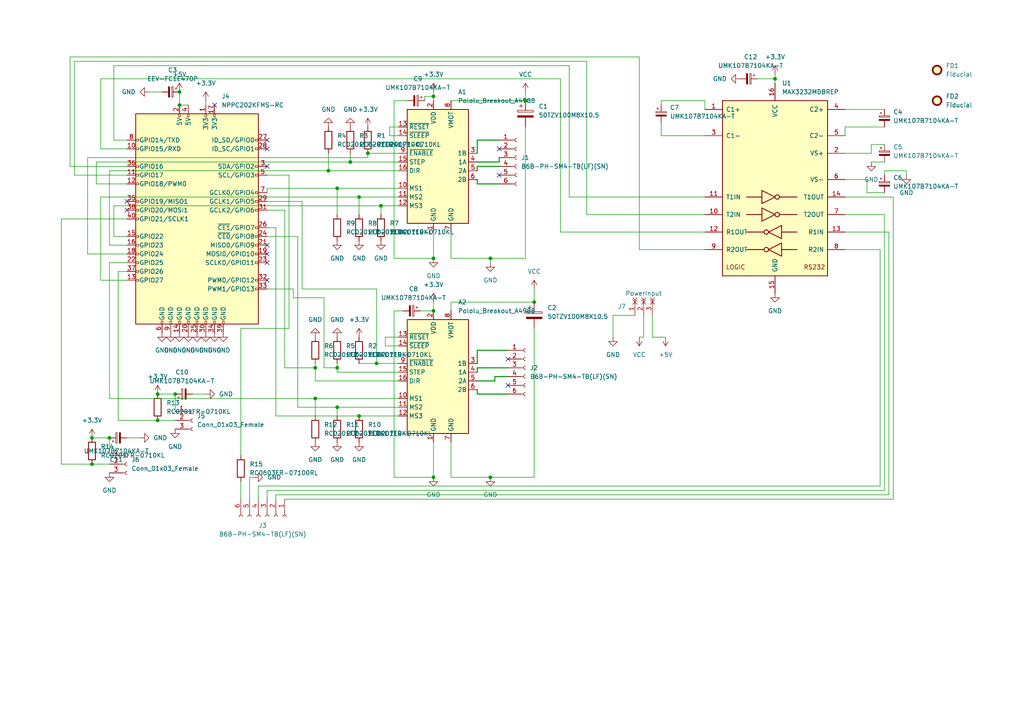
<source format=kicad_sch>
(kicad_sch (version 20211123) (generator eeschema)
  (paper "A4")
  (title_block (title "ZdBrg rotator controller") (date "2022-09-29") (rev "1"))
  (lib_symbols
    (symbol "Conn_01x03_Female_1" (pin_names (offset 1.016) hide)
      (property "Reference" "J7" (at -2.54 6.35 90))
      (property "Value" "Conn_01x03_Female_1" (at 1.27 0 90))
      (symbol "Conn_01x03_Female_1_1_1"
        (arc (start 0 -2.032) (mid -0.508 -2.54) (end 0 -3.048) (stroke (width 0.1524)))
        (polyline (pts (xy -1.27 -2.54) (xy -0.508 -2.54)) (stroke (width 0.1524)))
        (polyline (pts (xy -1.27 0) (xy -0.508 0)) (stroke (width 0.1524)))
        (polyline (pts (xy -1.27 2.54) (xy -0.508 2.54)) (stroke (width 0.1524)))
        (arc (start 0 0.508) (mid -0.508 0) (end 0 -0.508) (stroke (width 0.1524)))
        (arc (start 0 3.048) (mid -0.508 2.54) (end 0 2.032) (stroke (width 0.1524)))
        (pin power_out non_logic (at -5.08 2.54 0) (length 3.81) (name "Pin_1") (number "1"))
        (pin power_out non_logic (at -5.08 0 0) (length 3.81) (name "Pin_2") (number "2"))
        (pin power_out non_logic (at -5.08 -2.54 0) (length 3.81) (name "Pin_3") (number "3"))
      )
    )
    (symbol "Connector:Conn_01x03_Female" (pin_names (offset 1.016) hide)
      (property "Reference" "J" (at 0 5.08 0))
      (property "Value" "Conn_01x03_Female" (at 0 -5.08 0))
      (symbol "Conn_01x03_Female_1_1"
        (arc (start 0 -2.032) (mid -0.508 -2.54) (end 0 -3.048) (stroke (width 0.1524)))
        (polyline (pts (xy -1.27 -2.54) (xy -0.508 -2.54)) (stroke (width 0.1524)))
        (polyline (pts (xy -1.27 0) (xy -0.508 0)) (stroke (width 0.1524)))
        (polyline (pts (xy -1.27 2.54) (xy -0.508 2.54)) (stroke (width 0.1524)))
        (arc (start 0 0.508) (mid -0.508 0) (end 0 -0.508) (stroke (width 0.1524)))
        (arc (start 0 3.048) (mid -0.508 2.54) (end 0 2.032) (stroke (width 0.1524)))
        (pin passive line (at -5.08 2.54 0) (length 3.81) (name "Pin_1") (number "1"))
        (pin passive line (at -5.08 0 0) (length 3.81) (name "Pin_2") (number "2"))
        (pin passive line (at -5.08 -2.54 0) (length 3.81) (name "Pin_3") (number "3"))
      )
    )
    (symbol "Connector:Conn_01x06_Female" (pin_names (offset 1.016) hide)
      (property "Reference" "J" (at 0 7.62 0))
      (property "Value" "Conn_01x06_Female" (at 0 -10.16 0))
      (symbol "Conn_01x06_Female_1_1"
        (arc (start 0 -7.112) (mid -0.508 -7.62) (end 0 -8.128) (stroke (width 0.1524)))
        (arc (start 0 -4.572) (mid -0.508 -5.08) (end 0 -5.588) (stroke (width 0.1524)))
        (arc (start 0 -2.032) (mid -0.508 -2.54) (end 0 -3.048) (stroke (width 0.1524)))
        (polyline (pts (xy -1.27 -7.62) (xy -0.508 -7.62)) (stroke (width 0.1524)))
        (polyline (pts (xy -1.27 -5.08) (xy -0.508 -5.08)) (stroke (width 0.1524)))
        (polyline (pts (xy -1.27 -2.54) (xy -0.508 -2.54)) (stroke (width 0.1524)))
        (polyline (pts (xy -1.27 0) (xy -0.508 0)) (stroke (width 0.1524)))
        (polyline (pts (xy -1.27 2.54) (xy -0.508 2.54)) (stroke (width 0.1524)))
        (polyline (pts (xy -1.27 5.08) (xy -0.508 5.08)) (stroke (width 0.1524)))
        (arc (start 0 0.508) (mid -0.508 0) (end 0 -0.508) (stroke (width 0.1524)))
        (arc (start 0 3.048) (mid -0.508 2.54) (end 0 2.032) (stroke (width 0.1524)))
        (arc (start 0 5.588) (mid -0.508 5.08) (end 0 4.572) (stroke (width 0.1524)))
        (pin passive line (at -5.08 5.08 0) (length 3.81) (name "Pin_1") (number "1"))
        (pin passive line (at -5.08 2.54 0) (length 3.81) (name "Pin_2") (number "2"))
        (pin passive line (at -5.08 0 0) (length 3.81) (name "Pin_3") (number "3"))
        (pin passive line (at -5.08 -2.54 0) (length 3.81) (name "Pin_4") (number "4"))
        (pin passive line (at -5.08 -5.08 0) (length 3.81) (name "Pin_5") (number "5"))
        (pin passive line (at -5.08 -7.62 0) (length 3.81) (name "Pin_6") (number "6"))
      )
    )
    (symbol "Connector:Raspberry_Pi_2_3" (pin_names (offset 1.016))
      (property "Reference" "J3" (at 7.0994 35.56 0))
      (property "Value" "Raspberry_Pi_0W" (at 7.0994 33.02 0))
      (symbol "Raspberry_Pi_2_3_0_1"
        (rectangle (start -17.78 30.48) (end 17.78 -30.48) (stroke (width 0.254)) (fill (type background)))
      )
      (symbol "Raspberry_Pi_2_3_1_1"
        (rectangle (start -16.891 -17.526) (end -17.78 -18.034))
        (rectangle (start -16.891 -14.986) (end -17.78 -15.494))
        (rectangle (start -16.891 -12.446) (end -17.78 -12.954))
        (rectangle (start -16.891 -9.906) (end -17.78 -10.414))
        (rectangle (start -16.891 -7.366) (end -17.78 -7.874))
        (rectangle (start -16.891 -4.826) (end -17.78 -5.334))
        (rectangle (start -16.891 0.254) (end -17.78 -0.254))
        (rectangle (start -16.891 2.794) (end -17.78 2.286))
        (rectangle (start -16.891 5.334) (end -17.78 4.826))
        (rectangle (start -16.891 10.414) (end -17.78 9.906))
        (rectangle (start -16.891 12.954) (end -17.78 12.446))
        (rectangle (start -16.891 15.494) (end -17.78 14.986))
        (rectangle (start -16.891 20.574) (end -17.78 20.066))
        (rectangle (start -16.891 23.114) (end -17.78 22.606))
        (rectangle (start -10.414 -29.591) (end -9.906 -30.48))
        (rectangle (start -7.874 -29.591) (end -7.366 -30.48))
        (rectangle (start -5.334 -29.591) (end -4.826 -30.48))
        (rectangle (start -5.334 30.48) (end -4.826 29.591))
        (rectangle (start -2.794 -29.591) (end -2.286 -30.48))
        (rectangle (start -2.794 30.48) (end -2.286 29.591))
        (rectangle (start -0.254 -29.591) (end 0.254 -30.48))
        (rectangle (start 2.286 -29.591) (end 2.794 -30.48))
        (rectangle (start 2.286 30.48) (end 2.794 29.591))
        (rectangle (start 4.826 -29.591) (end 5.334 -30.48))
        (rectangle (start 4.826 30.48) (end 5.334 29.591))
        (rectangle (start 7.366 -29.591) (end 7.874 -30.48))
        (rectangle (start 17.78 -20.066) (end 16.891 -20.574))
        (rectangle (start 17.78 -17.526) (end 16.891 -18.034))
        (rectangle (start 17.78 -12.446) (end 16.891 -12.954))
        (rectangle (start 17.78 -9.906) (end 16.891 -10.414))
        (rectangle (start 17.78 -7.366) (end 16.891 -7.874))
        (rectangle (start 17.78 -4.826) (end 16.891 -5.334))
        (rectangle (start 17.78 -2.286) (end 16.891 -2.794))
        (rectangle (start 17.78 2.794) (end 16.891 2.286))
        (rectangle (start 17.78 5.334) (end 16.891 4.826))
        (rectangle (start 17.78 7.874) (end 16.891 7.366))
        (rectangle (start 17.78 12.954) (end 16.891 12.446))
        (rectangle (start 17.78 15.494) (end 16.891 14.986))
        (rectangle (start 17.78 20.574) (end 16.891 20.066))
        (rectangle (start 17.78 23.114) (end 16.891 22.606))
        (pin power_out line (at 2.54 33.02 270) (length 2.54) (name "3V3") (number "1"))
        (pin bidirectional line (at -20.32 20.32 0) (length 2.54) (name "GPIO15/RXD") (number "10"))
        (pin bidirectional line (at -20.32 12.7 0) (length 2.54) (name "GPIO17") (number "11"))
        (pin bidirectional line (at -20.32 10.16 0) (length 2.54) (name "GPIO18/PWM0") (number "12"))
        (pin bidirectional line (at -20.32 -17.78 0) (length 2.54) (name "GPIO27") (number "13"))
        (pin power_in line (at -5.08 -33.02 90) (length 2.54) (name "GND") (number "14"))
        (pin bidirectional line (at -20.32 -5.08 0) (length 2.54) (name "GPIO22") (number "15"))
        (pin bidirectional line (at -20.32 -7.62 0) (length 2.54) (name "GPIO23") (number "16"))
        (pin power_out line (at 5.08 33.02 270) (length 2.54) (name "3V3") (number "17"))
        (pin bidirectional line (at -20.32 -10.16 0) (length 2.54) (name "GPIO24") (number "18"))
        (pin bidirectional line (at 20.32 -10.16 180) (length 2.54) (name "MOSI0/GPIO10") (number "19"))
        (pin power_in line (at -5.08 33.02 270) (length 2.54) (name "5V") (number "2"))
        (pin power_in line (at -2.54 -33.02 90) (length 2.54) (name "GND") (number "20"))
        (pin bidirectional line (at 20.32 -7.62 180) (length 2.54) (name "MISO0/GPIO9") (number "21"))
        (pin bidirectional line (at -20.32 -12.7 0) (length 2.54) (name "GPIO25") (number "22"))
        (pin bidirectional line (at 20.32 -12.7 180) (length 2.54) (name "SCLK0/GPIO11") (number "23"))
        (pin bidirectional line (at 20.32 -5.08 180) (length 2.54) (name "~{CE0}/GPIO8") (number "24"))
        (pin power_in line (at 0 -33.02 90) (length 2.54) (name "GND") (number "25"))
        (pin bidirectional line (at 20.32 -2.54 180) (length 2.54) (name "~{CE1}/GPIO7") (number "26"))
        (pin bidirectional line (at 20.32 22.86 180) (length 2.54) (name "ID_SD/GPIO0") (number "27"))
        (pin bidirectional line (at 20.32 20.32 180) (length 2.54) (name "ID_SC/GPIO1") (number "28"))
        (pin bidirectional line (at 20.32 5.08 180) (length 2.54) (name "GCLK1/GPIO5") (number "29"))
        (pin bidirectional line (at 20.32 15.24 180) (length 2.54) (name "SDA/GPIO2") (number "3"))
        (pin power_in line (at 2.54 -33.02 90) (length 2.54) (name "GND") (number "30"))
        (pin bidirectional line (at 20.32 2.54 180) (length 2.54) (name "GCLK2/GPIO6") (number "31"))
        (pin bidirectional line (at 20.32 -17.78 180) (length 2.54) (name "PWM0/GPIO12") (number "32"))
        (pin bidirectional line (at 20.32 -20.32 180) (length 2.54) (name "PWM1/GPIO13") (number "33"))
        (pin power_in line (at 5.08 -33.02 90) (length 2.54) (name "GND") (number "34"))
        (pin bidirectional line (at -20.32 5.08 0) (length 2.54) (name "GPIO19/MISO1") (number "35"))
        (pin bidirectional line (at -20.32 15.24 0) (length 2.54) (name "GPIO16") (number "36"))
        (pin bidirectional line (at -20.32 -15.24 0) (length 2.54) (name "GPIO26") (number "37"))
        (pin bidirectional line (at -20.32 2.54 0) (length 2.54) (name "GPIO20/MOSI1") (number "38"))
        (pin power_in line (at 7.62 -33.02 90) (length 2.54) (name "GND") (number "39"))
        (pin power_in line (at -2.54 33.02 270) (length 2.54) (name "5V") (number "4"))
        (pin bidirectional line (at -20.32 0 0) (length 2.54) (name "GPIO21/SCLK1") (number "40"))
        (pin bidirectional line (at 20.32 12.7 180) (length 2.54) (name "SCL/GPIO3") (number "5"))
        (pin power_in line (at -10.16 -33.02 90) (length 2.54) (name "GND") (number "6"))
        (pin bidirectional line (at 20.32 7.62 180) (length 2.54) (name "GCLK0/GPIO4") (number "7"))
        (pin bidirectional line (at -20.32 22.86 0) (length 2.54) (name "GPIO14/TXD") (number "8"))
        (pin power_in line (at -7.62 -33.02 90) (length 2.54) (name "GND") (number "9"))
      )
    )
    (symbol "Device:C_Polarized" (pin_numbers hide) (pin_names (offset 0.254))
      (property "Reference" "C" (at 0.635 2.54 0))
      (property "Value" "C_Polarized" (at 0.635 -2.54 0))
      (symbol "C_Polarized_0_1"
        (rectangle (start -2.286 0.508) (end 2.286 1.016))
        (polyline (pts (xy -1.778 2.286) (xy -0.762 2.286)))
        (polyline (pts (xy -1.27 2.794) (xy -1.27 1.778)))
        (rectangle (start 2.286 -0.508) (end -2.286 -1.016) (fill (type outline)))
      )
      (symbol "C_Polarized_1_1"
        (pin passive line (at 0 3.81 270) (length 2.794) (name "~") (number "1"))
        (pin passive line (at 0 -3.81 90) (length 2.794) (name "~") (number "2"))
      )
    )
    (symbol "Device:C_Polarized_Small" (pin_numbers hide) (pin_names (offset 0.254) hide)
      (property "Reference" "C" (at 0.254 1.778 0))
      (property "Value" "C_Polarized_Small" (at 0.254 -2.032 0))
      (symbol "C_Polarized_Small_0_1"
        (rectangle (start -1.524 -0.3048) (end 1.524 -0.6858) (fill (type outline)))
        (rectangle (start -1.524 0.6858) (end 1.524 0.3048))
        (polyline (pts (xy -1.27 1.524) (xy -0.762 1.524)))
        (polyline (pts (xy -1.016 1.27) (xy -1.016 1.778)))
      )
      (symbol "C_Polarized_Small_1_1"
        (pin passive line (at 0 2.54 270) (length 1.8542) (name "~") (number "1"))
        (pin passive line (at 0 -2.54 90) (length 1.8542) (name "~") (number "2"))
      )
    )
    (symbol "Device:R" (pin_numbers hide) (pin_names (offset 0))
      (property "Reference" "R" (at 2.032 0 90))
      (property "Value" "R" (at 0 0 90))
      (symbol "R_0_1"
        (rectangle (start -1.016 -2.54) (end 1.016 2.54) (stroke (width 0.254)))
      )
      (symbol "R_1_1"
        (pin passive line (at 0 3.81 270) (length 1.27) (name "~") (number "1"))
        (pin passive line (at 0 -3.81 90) (length 1.27) (name "~") (number "2"))
      )
    )
    (symbol "Driver_Motor:Pololu_Breakout_A4988"
      (property "Reference" "A" (at -2.54 19.05 0))
      (property "Value" "Pololu_Breakout_A4988" (at -2.54 16.51 0))
      (symbol "Pololu_Breakout_A4988_0_1"
        (rectangle (start 10.16 -17.78) (end -7.62 15.24) (stroke (width 0.254)) (fill (type background)))
      )
      (symbol "Pololu_Breakout_A4988_1_1"
        (pin power_in line (at 0 -20.32 90) (length 2.54) (name "GND") (number "1"))
        (pin input line (at -10.16 -7.62 0) (length 2.54) (name "MS1") (number "10"))
        (pin input line (at -10.16 -10.16 0) (length 2.54) (name "MS2") (number "11"))
        (pin input line (at -10.16 -12.7 0) (length 2.54) (name "MS3") (number "12"))
        (pin input line (at -10.16 10.16 0) (length 2.54) (name "~{RESET}") (number "13"))
        (pin input line (at -10.16 7.62 0) (length 2.54) (name "~{SLEEP}") (number "14"))
        (pin input line (at -10.16 0 0) (length 2.54) (name "STEP") (number "15"))
        (pin input line (at -10.16 -2.54 0) (length 2.54) (name "DIR") (number "16"))
        (pin power_in line (at 0 17.78 270) (length 2.54) (name "VDD") (number "2"))
        (pin output line (at 12.7 2.54 180) (length 2.54) (name "1B") (number "3"))
        (pin output line (at 12.7 0 180) (length 2.54) (name "1A") (number "4"))
        (pin output line (at 12.7 -2.54 180) (length 2.54) (name "2A") (number "5"))
        (pin output line (at 12.7 -5.08 180) (length 2.54) (name "2B") (number "6"))
        (pin power_in line (at 5.08 -20.32 90) (length 2.54) (name "GND") (number "7"))
        (pin power_in line (at 5.08 17.78 270) (length 2.54) (name "VMOT") (number "8"))
        (pin input line (at -10.16 2.54 0) (length 2.54) (name "~{ENABLE}") (number "9"))
      )
    )
    (symbol "Interface_UART:MAX3232" (pin_names (offset 1.016))
      (property "Reference" "U" (at -2.54 28.575 0))
      (property "Value" "MAX3232" (at -2.54 26.67 0))
      (symbol "MAX3232_0_0"
        (text "LOGIC" (at -11.43 -22.86 0) (effects (font (size 1.27 1.27))))
        (text "RS232" (at 11.43 -22.86 0) (effects (font (size 1.27 1.27))))
      )
      (symbol "MAX3232_0_1"
        (rectangle (start -15.24 -25.4) (end 15.24 25.4) (stroke (width 0.254)) (fill (type background)))
        (circle (center -2.54 -17.78) (radius 0.635) (stroke (width 0.254)))
        (circle (center -2.54 -12.7) (radius 0.635) (stroke (width 0.254)))
        (polyline (pts (xy -3.81 -7.62) (xy -8.255 -7.62)) (stroke (width 0.254)))
        (polyline (pts (xy -3.81 -2.54) (xy -8.255 -2.54)) (stroke (width 0.254)))
        (polyline (pts (xy -3.175 -17.78) (xy -8.255 -17.78)) (stroke (width 0.254)))
        (polyline (pts (xy -3.175 -12.7) (xy -8.255 -12.7)) (stroke (width 0.254)))
        (polyline (pts (xy 1.27 -7.62) (xy 6.35 -7.62)) (stroke (width 0.254)))
        (polyline (pts (xy 1.27 -2.54) (xy 6.35 -2.54)) (stroke (width 0.254)))
        (polyline (pts (xy 1.905 -17.78) (xy 6.35 -17.78)) (stroke (width 0.254)))
        (polyline (pts (xy 1.905 -12.7) (xy 6.35 -12.7)) (stroke (width 0.254)))
        (polyline (pts (xy -3.81 -5.715) (xy -3.81 -9.525) (xy 0 -7.62) (xy -3.81 -5.715)) (stroke (width 0.254)))
        (polyline (pts (xy -3.81 -0.635) (xy -3.81 -4.445) (xy 0 -2.54) (xy -3.81 -0.635)) (stroke (width 0.254)))
        (polyline (pts (xy 1.905 -15.875) (xy 1.905 -19.685) (xy -1.905 -17.78) (xy 1.905 -15.875)) (stroke (width 0.254)))
        (polyline (pts (xy 1.905 -10.795) (xy 1.905 -14.605) (xy -1.905 -12.7) (xy 1.905 -10.795)) (stroke (width 0.254)))
        (circle (center 0.635 -7.62) (radius 0.635) (stroke (width 0.254)))
        (circle (center 0.635 -2.54) (radius 0.635) (stroke (width 0.254)))
      )
      (symbol "MAX3232_1_1"
        (pin passive line (at -20.32 22.86 0) (length 5.08) (name "C1+") (number "1"))
        (pin input line (at -20.32 -7.62 0) (length 5.08) (name "T2IN") (number "10"))
        (pin input line (at -20.32 -2.54 0) (length 5.08) (name "T1IN") (number "11"))
        (pin output line (at -20.32 -12.7 0) (length 5.08) (name "R1OUT") (number "12"))
        (pin input line (at 20.32 -12.7 180) (length 5.08) (name "R1IN") (number "13"))
        (pin output line (at 20.32 -2.54 180) (length 5.08) (name "T1OUT") (number "14"))
        (pin power_in line (at 0 -30.48 90) (length 5.08) (name "GND") (number "15"))
        (pin power_in line (at 0 30.48 270) (length 5.08) (name "VCC") (number "16"))
        (pin power_out line (at 20.32 10.16 180) (length 5.08) (name "VS+") (number "2"))
        (pin passive line (at -20.32 15.24 0) (length 5.08) (name "C1-") (number "3"))
        (pin passive line (at 20.32 22.86 180) (length 5.08) (name "C2+") (number "4"))
        (pin passive line (at 20.32 15.24 180) (length 5.08) (name "C2-") (number "5"))
        (pin power_out line (at 20.32 2.54 180) (length 5.08) (name "VS-") (number "6"))
        (pin output line (at 20.32 -7.62 180) (length 5.08) (name "T2OUT") (number "7"))
        (pin input line (at 20.32 -17.78 180) (length 5.08) (name "R2IN") (number "8"))
        (pin output line (at -20.32 -17.78 0) (length 5.08) (name "R2OUT") (number "9"))
      )
    )
    (symbol "Mechanical:Fiducial"
      (property "Reference" "FID" (at 0 5.08 0))
      (property "Value" "Fiducial" (at 0 3.175 0))
      (symbol "Fiducial_0_1"
        (circle (center 0 0) (radius 1.27) (stroke (width 0.508)) (fill (type background)))
      )
    )
    (symbol "power:+3.3V" (power) (pin_names (offset 0))
      (property "Value" "+3.3V" (at 0 3.556 0))
      (symbol "+3.3V_0_1"
        (polyline (pts (xy -0.762 1.27) (xy 0 2.54)))
        (polyline (pts (xy 0 0) (xy 0 2.54)))
        (polyline (pts (xy 0 2.54) (xy 0.762 1.27)))
      )
      (symbol "+3.3V_1_1"
        (pin power_in line (at 0 0 90) (length 0) hide (name "+3.3V") (number "1"))
      )
    )
    (symbol "power:+5V" (power) (pin_names (offset 0))
      (property "Value" "+5V" (at 0 3.556 0))
      (symbol "+5V_0_1"
        (polyline (pts (xy -0.762 1.27) (xy 0 2.54)))
        (polyline (pts (xy 0 0) (xy 0 2.54)))
        (polyline (pts (xy 0 2.54) (xy 0.762 1.27)))
      )
      (symbol "+5V_1_1"
        (pin power_in line (at 0 0 90) (length 0) hide (name "+5V") (number "1"))
      )
    )
    (symbol "power:GND" (power) (pin_names (offset 0))
      (property "Value" "GND" (at 0 -3.81 0))
      (symbol "GND_0_1"
        (polyline (pts (xy 0 0) (xy 0 -1.27) (xy 1.27 -1.27) (xy 0 -2.54) (xy -1.27 -1.27) (xy 0 -1.27)))
      )
      (symbol "GND_1_1"
        (pin power_in line (at 0 0 270) (length 0) hide (name "GND") (number "1"))
      )
    )
    (symbol "power:VCC" (power) (pin_names (offset 0))
      (property "Value" "VCC" (at 0 3.81 0))
      (symbol "VCC_0_1"
        (polyline (pts (xy -0.762 1.27) (xy 0 2.54)))
        (polyline (pts (xy 0 0) (xy 0 2.54)))
        (polyline (pts (xy 0 2.54) (xy 0.762 1.27)))
      )
      (symbol "VCC_1_1"
        (pin power_in line (at 0 0 90) (length 0) hide (name "VCC") (number "1"))
      )
    )
  )
  (junction (at 45.72 114.3))
  (junction (at 125.73 74.93))
  (junction (at 142.24 138.43))
  (junction (at 97.79 54.61))
  (junction (at 104.14 57.15))
  (junction (at 97.79 118.11))
  (junction (at 91.44 115.57))
  (junction (at 97.79 106.68))
  (junction (at 104.14 120.65))
  (junction (at 52.07 26.67))
  (junction (at 106.68 44.45))
  (junction (at 50.8 114.3))
  (junction (at 125.73 138.43))
  (junction (at 26.67 127))
  (junction (at 52.07 30.48))
  (junction (at 109.22 105.41))
  (junction (at 125.73 90.17))
  (junction (at 125.73 27.94))
  (junction (at 110.49 59.69))
  (junction (at 152.4 29.21))
  (junction (at 142.24 74.93))
  (junction (at 224.79 22.86))
  (junction (at 26.67 134.62))
  (junction (at 31.75 127))
  (junction (at 91.44 106.68))
  (junction (at 45.72 121.92))
  (junction (at 154.94 87.63))
  (junction (at 95.25 49.53))
  (junction (at 101.6 46.99))
  (no_connect (at 36.83 58.42))
  (no_connect (at 77.47 43.18))
  (no_connect (at 144.78 43.18))
  (no_connect (at 144.78 50.8))
  (no_connect (at 147.32 111.76))
  (no_connect (at 147.32 104.14))
  (no_connect (at 77.47 40.64))
  (no_connect (at 77.47 48.26))
  (no_connect (at 62.23 30.48))
  (no_connect (at 77.47 71.12))
  (no_connect (at 77.47 73.66))
  (no_connect (at 77.47 76.2))
  (no_connect (at 77.47 81.28))
  (no_connect (at 36.83 60.96))
  (wire (pts (xy 33.02 19.05) (xy 33.02 40.64)))
  (wire (pts (xy 106.68 45.72) (xy 106.68 44.45)))
  (wire (pts (xy 74.93 144.78) (xy 74.93 140.97)))
  (wire (pts (xy 138.43 40.64) (xy 144.78 40.64)) (stroke (width 0.3)))
  (wire (pts (xy 111.76 97.79) (xy 111.76 100.33)))
  (wire (pts (xy 110.49 62.23) (xy 110.49 59.69)))
  (wire (pts (xy 245.11 31.75) (xy 256.54 31.75)))
  (wire (pts (xy 74.93 140.97) (xy 255.27 140.97)))
  (wire (pts (xy 138.43 48.26) (xy 138.43 49.53)) (stroke (width 0.3)))
  (wire (pts (xy 59.69 29.21) (xy 59.69 30.48)))
  (wire (pts (xy 252.73 44.45) (xy 252.73 41.91)))
  (wire (pts (xy 115.57 118.11) (xy 97.79 118.11)))
  (wire (pts (xy 27.94 46.99) (xy 27.94 53.34)))
  (wire (pts (xy 104.14 120.65) (xy 115.57 120.65)))
  (wire (pts (xy 21.59 17.78) (xy 21.59 50.8)))
  (wire (pts (xy 115.57 49.53) (xy 95.25 49.53)))
  (wire (pts (xy 80.01 66.04) (xy 80.01 120.65)))
  (wire (pts (xy 114.3 90.17) (xy 114.3 138.43)))
  (wire (pts (xy 170.18 17.78) (xy 21.59 17.78)))
  (wire (pts (xy 154.94 138.43) (xy 142.24 138.43)))
  (wire (pts (xy 31.75 76.2) (xy 36.83 76.2)))
  (wire (pts (xy 245.11 57.15) (xy 259.08 57.15)))
  (wire (pts (xy 114.3 74.93) (xy 125.73 74.93)))
  (wire (pts (xy 97.79 118.11) (xy 86.36 118.11)))
  (wire (pts (xy 224.79 24.13) (xy 224.79 22.86)))
  (wire (pts (xy 152.4 26.67) (xy 152.4 29.21)))
  (wire (pts (xy 184.15 91.44) (xy 177.8 91.44)))
  (wire (pts (xy 204.47 39.37) (xy 191.77 39.37)))
  (wire (pts (xy 204.47 67.31) (xy 162.56 67.31)))
  (wire (pts (xy 72.39 144.78) (xy 72.39 138.43)))
  (wire (pts (xy 31.75 115.57) (xy 31.75 76.2)))
  (wire (pts (xy 130.81 90.17) (xy 130.81 87.63)))
  (wire (pts (xy 256.54 49.53) (xy 262.89 49.53)))
  (wire (pts (xy 125.73 138.43) (xy 125.73 128.27)))
  (wire (pts (xy 91.44 106.68) (xy 82.55 106.68)))
  (wire (pts (xy 101.6 46.99) (xy 101.6 44.45)))
  (wire (pts (xy 26.67 127) (xy 31.75 127)))
  (wire (pts (xy 36.83 48.26) (xy 20.32 48.26)))
  (wire (pts (xy 33.02 40.64) (xy 36.83 40.64)))
  (wire (pts (xy 77.47 66.04) (xy 80.01 66.04)))
  (wire (pts (xy 21.59 50.8) (xy 36.83 50.8)))
  (wire (pts (xy 31.75 127) (xy 31.75 132.08)))
  (wire (pts (xy 83.82 95.25) (xy 83.82 50.8)))
  (wire (pts (xy 219.71 22.86) (xy 224.79 22.86)))
  (wire (pts (xy 138.43 114.3) (xy 138.43 113.03)) (stroke (width 0.3)))
  (wire (pts (xy 123.19 27.94) (xy 123.19 29.21)))
  (wire (pts (xy 185.42 72.39) (xy 204.47 72.39)))
  (wire (pts (xy 204.47 29.21) (xy 204.47 31.75)))
  (wire (pts (xy 83.82 50.8) (xy 77.47 50.8)))
  (wire (pts (xy 17.78 134.62) (xy 17.78 63.5)))
  (wire (pts (xy 114.3 29.21) (xy 114.3 74.93)))
  (wire (pts (xy 29.21 22.86) (xy 162.56 22.86)))
  (wire (pts (xy 147.32 114.3) (xy 138.43 114.3)) (stroke (width 0.3)))
  (wire (pts (xy 115.57 46.99) (xy 101.6 46.99)))
  (wire (pts (xy 130.81 74.93) (xy 142.24 74.93)))
  (wire (pts (xy 86.36 118.11) (xy 86.36 68.58)))
  (wire (pts (xy 245.11 36.83) (xy 245.11 39.37)))
  (wire (pts (xy 29.21 81.28) (xy 36.83 81.28)))
  (wire (pts (xy 142.24 76.2) (xy 142.24 74.93)))
  (wire (pts (xy 77.47 55.88) (xy 77.47 54.61)))
  (wire (pts (xy 101.6 46.99) (xy 27.94 46.99)))
  (wire (pts (xy 91.44 115.57) (xy 31.75 115.57)))
  (wire (pts (xy 59.69 114.3) (xy 55.88 114.3)))
  (wire (pts (xy 170.18 62.23) (xy 170.18 17.78)))
  (wire (pts (xy 109.22 105.41) (xy 109.22 83.82)))
  (wire (pts (xy 114.3 29.21) (xy 118.11 29.21)))
  (wire (pts (xy 82.55 60.96) (xy 77.47 60.96)))
  (wire (pts (xy 29.21 57.15) (xy 29.21 81.28)))
  (wire (pts (xy 138.43 53.34) (xy 138.43 52.07)) (stroke (width 0.3)))
  (wire (pts (xy 256.54 62.23) (xy 256.54 142.24)))
  (wire (pts (xy 138.43 106.68) (xy 147.32 106.68)) (stroke (width 0.3)))
  (wire (pts (xy 91.44 105.41) (xy 91.44 106.68)))
  (wire (pts (xy 77.47 142.24) (xy 77.47 144.78)))
  (wire (pts (xy 115.57 115.57) (xy 91.44 115.57)))
  (wire (pts (xy 27.94 53.34) (xy 36.83 53.34)))
  (wire (pts (xy 109.22 105.41) (xy 115.57 105.41)))
  (wire (pts (xy 104.14 57.15) (xy 29.21 57.15)))
  (wire (pts (xy 154.94 83.82) (xy 154.94 87.63)))
  (wire (pts (xy 104.14 57.15) (xy 104.14 62.23)))
  (wire (pts (xy 113.03 39.37) (xy 115.57 39.37)))
  (wire (pts (xy 143.51 109.22) (xy 143.51 110.49)) (stroke (width 0.3)))
  (wire (pts (xy 259.08 57.15) (xy 259.08 144.78)))
  (wire (pts (xy 36.83 43.18) (xy 29.21 43.18)))
  (wire (pts (xy 25.4 45.72) (xy 106.68 45.72)))
  (wire (pts (xy 142.24 138.43) (xy 130.81 138.43)))
  (wire (pts (xy 251.46 52.07) (xy 251.46 55.88)))
  (wire (pts (xy 26.67 134.62) (xy 17.78 134.62)))
  (wire (pts (xy 80.01 143.51) (xy 257.81 143.51)))
  (wire (pts (xy 130.81 29.21) (xy 152.4 29.21)))
  (wire (pts (xy 31.75 71.12) (xy 36.83 71.12)))
  (wire (pts (xy 123.19 27.94) (xy 125.73 27.94)))
  (wire (pts (xy 121.92 90.17) (xy 125.73 90.17)))
  (wire (pts (xy 104.14 105.41) (xy 109.22 105.41)))
  (wire (pts (xy 97.79 106.68) (xy 97.79 107.95)))
  (wire (pts (xy 152.4 74.93) (xy 152.4 36.83)))
  (wire (pts (xy 82.55 106.68) (xy 82.55 60.96)))
  (wire (pts (xy 259.08 144.78) (xy 82.55 144.78)))
  (wire (pts (xy 29.21 43.18) (xy 29.21 22.86)))
  (wire (pts (xy 130.81 87.63) (xy 154.94 87.63)))
  (wire (pts (xy 143.51 110.49) (xy 138.43 110.49)) (stroke (width 0.3)))
  (wire (pts (xy 69.85 132.08) (xy 69.85 95.25)))
  (wire (pts (xy 34.29 78.74) (xy 36.83 78.74)))
  (wire (pts (xy 33.02 59.69) (xy 110.49 59.69)))
  (wire (pts (xy 69.85 139.7) (xy 69.85 144.78)))
  (wire (pts (xy 87.63 83.82) (xy 87.63 58.42)))
  (wire (pts (xy 165.1 57.15) (xy 165.1 19.05)))
  (wire (pts (xy 106.68 44.45) (xy 115.57 44.45)))
  (wire (pts (xy 189.23 91.44) (xy 189.23 97.79)))
  (wire (pts (xy 52.07 30.48) (xy 54.61 30.48)))
  (wire (pts (xy 111.76 100.33) (xy 115.57 100.33)))
  (wire (pts (xy 50.8 114.3) (xy 50.8 119.38)))
  (wire (pts (xy 224.79 21.59) (xy 224.79 22.86)))
  (wire (pts (xy 80.01 144.78) (xy 80.01 143.51)))
  (wire (pts (xy 91.44 110.49) (xy 115.57 110.49)))
  (wire (pts (xy 130.81 128.27) (xy 130.81 138.43)))
  (wire (pts (xy 20.32 16.51) (xy 185.42 16.51)))
  (wire (pts (xy 31.75 49.53) (xy 31.75 71.12)))
  (wire (pts (xy 144.78 46.99) (xy 138.43 46.99)) (stroke (width 0.3)))
  (wire (pts (xy 138.43 101.6) (xy 138.43 105.41)) (stroke (width 0.3)))
  (wire (pts (xy 97.79 54.61) (xy 97.79 62.23)))
  (wire (pts (xy 255.27 72.39) (xy 245.11 72.39)))
  (wire (pts (xy 165.1 19.05) (xy 33.02 19.05)))
  (wire (pts (xy 93.98 86.36) (xy 85.09 86.36)))
  (wire (pts (xy 256.54 36.83) (xy 245.11 36.83)))
  (wire (pts (xy 20.32 48.26) (xy 20.32 16.51)))
  (wire (pts (xy 125.73 27.94) (xy 125.73 29.21)))
  (wire (pts (xy 33.02 68.58) (xy 36.83 68.58)))
  (wire (pts (xy 147.32 109.22) (xy 143.51 109.22)) (stroke (width 0.3)))
  (wire (pts (xy 251.46 55.88) (xy 256.54 55.88)))
  (wire (pts (xy 87.63 58.42) (xy 77.47 58.42)))
  (wire (pts (xy 186.69 91.44) (xy 186.69 97.79)))
  (wire (pts (xy 245.11 62.23) (xy 256.54 62.23)))
  (wire (pts (xy 138.43 106.68) (xy 138.43 107.95)) (stroke (width 0.3)))
  (wire (pts (xy 189.23 97.79) (xy 193.04 97.79)))
  (wire (pts (xy 85.09 86.36) (xy 85.09 83.82)))
  (wire (pts (xy 256.54 49.53) (xy 256.54 50.8)))
  (wire (pts (xy 69.85 95.25) (xy 83.82 95.25)))
  (wire (pts (xy 255.27 140.97) (xy 255.27 72.39)))
  (wire (pts (xy 45.72 121.92) (xy 34.29 121.92)))
  (wire (pts (xy 33.02 59.69) (xy 33.02 68.58)))
  (wire (pts (xy 138.43 40.64) (xy 138.43 44.45)) (stroke (width 0.3)))
  (wire (pts (xy 113.03 36.83) (xy 113.03 39.37)))
  (wire (pts (xy 52.07 26.67) (xy 52.07 30.48)))
  (wire (pts (xy 144.78 53.34) (xy 138.43 53.34)) (stroke (width 0.3)))
  (wire (pts (xy 91.44 106.68) (xy 91.44 110.49)))
  (wire (pts (xy 97.79 107.95) (xy 115.57 107.95)))
  (wire (pts (xy 252.73 41.91) (xy 256.54 41.91)))
  (wire (pts (xy 34.29 121.92) (xy 34.29 78.74)))
  (wire (pts (xy 91.44 115.57) (xy 91.44 120.65)))
  (wire (pts (xy 115.57 54.61) (xy 97.79 54.61)))
  (wire (pts (xy 115.57 57.15) (xy 104.14 57.15)))
  (wire (pts (xy 45.72 121.92) (xy 50.8 121.92)))
  (wire (pts (xy 17.78 63.5) (xy 36.83 63.5)))
  (wire (pts (xy 97.79 106.68) (xy 93.98 106.68)))
  (wire (pts (xy 80.01 120.65) (xy 104.14 120.65)))
  (wire (pts (xy 97.79 118.11) (xy 97.79 120.65)))
  (wire (pts (xy 36.83 73.66) (xy 25.4 73.66)))
  (wire (pts (xy 257.81 143.51) (xy 257.81 67.31)))
  (wire (pts (xy 40.64 127) (xy 36.83 127)))
  (wire (pts (xy 93.98 106.68) (xy 93.98 86.36)))
  (wire (pts (xy 256.54 142.24) (xy 77.47 142.24)))
  (wire (pts (xy 130.81 67.31) (xy 130.81 74.93)))
  (wire (pts (xy 85.09 83.82) (xy 77.47 83.82)))
  (wire (pts (xy 245.11 52.07) (xy 251.46 52.07)))
  (wire (pts (xy 26.67 134.62) (xy 31.75 134.62)))
  (wire (pts (xy 191.77 29.21) (xy 191.77 30.48)))
  (wire (pts (xy 154.94 95.25) (xy 154.94 138.43)))
  (wire (pts (xy 25.4 73.66) (xy 25.4 45.72)))
  (wire (pts (xy 257.81 67.31) (xy 245.11 67.31)))
  (wire (pts (xy 114.3 138.43) (xy 125.73 138.43)))
  (wire (pts (xy 245.11 44.45) (xy 252.73 44.45)))
  (wire (pts (xy 125.73 67.31) (xy 125.73 74.93)))
  (wire (pts (xy 77.47 68.58) (xy 86.36 68.58)))
  (wire (pts (xy 109.22 83.82) (xy 87.63 83.82)))
  (wire (pts (xy 191.77 39.37) (xy 191.77 35.56)))
  (wire (pts (xy 45.72 114.3) (xy 50.8 114.3)))
  (wire (pts (xy 77.47 54.61) (xy 97.79 54.61)))
  (wire (pts (xy 125.73 87.63) (xy 125.73 90.17)))
  (wire (pts (xy 162.56 22.86) (xy 162.56 67.31)))
  (wire (pts (xy 144.78 45.72) (xy 144.78 46.99)) (stroke (width 0.3)))
  (wire (pts (xy 147.32 101.6) (xy 138.43 101.6)) (stroke (width 0.3)))
  (wire (pts (xy 72.39 138.43) (xy 73.66 138.43)))
  (wire (pts (xy 125.73 26.67) (xy 125.73 27.94)))
  (wire (pts (xy 144.78 48.26) (xy 138.43 48.26)) (stroke (width 0.3)))
  (wire (pts (xy 95.25 49.53) (xy 31.75 49.53)))
  (wire (pts (xy 204.47 29.21) (xy 191.77 29.21)))
  (wire (pts (xy 262.89 50.8) (xy 262.89 49.53)))
  (wire (pts (xy 186.69 97.79) (xy 185.42 97.79)))
  (wire (pts (xy 252.73 46.99) (xy 256.54 46.99)))
  (wire (pts (xy 115.57 97.79) (xy 111.76 97.79)))
  (wire (pts (xy 110.49 59.69) (xy 115.57 59.69)))
  (wire (pts (xy 142.24 74.93) (xy 152.4 74.93)))
  (wire (pts (xy 185.42 16.51) (xy 185.42 72.39)))
  (wire (pts (xy 43.18 26.67) (xy 46.99 26.67)))
  (wire (pts (xy 114.3 90.17) (xy 116.84 90.17)))
  (wire (pts (xy 204.47 62.23) (xy 170.18 62.23)))
  (wire (pts (xy 97.79 105.41) (xy 97.79 106.68)))
  (wire (pts (xy 177.8 91.44) (xy 177.8 97.79)))
  (wire (pts (xy 115.57 36.83) (xy 113.03 36.83)))
  (wire (pts (xy 204.47 57.15) (xy 165.1 57.15)))
  (wire (pts (xy 95.25 49.53) (xy 95.25 44.45)))
  (symbol (lib_id "power:GND") (at 125.73 138.43 0) (unit 1)
    (property "Reference" "#PWR0102" (effects hide))
    (property "Value" "GND" (at 125.73 143.51 0))
  )
  (symbol (lib_id "power:GND") (at 97.79 128.27 0) (unit 1)
    (property "Reference" "#PWR0108" (effects hide))
    (property "Value" "GND" (at 97.79 133.35 0))
  )
  (symbol (lib_id "power:+3.3V") (at 104.14 97.79 0) (unit 1)
    (property "Reference" "#PWR0110" (effects hide))
    (property "Value" "+3.3V" (at 104.14 92.71 0))
  )
  (symbol (lib_id "power:+3.3V") (at 26.67 127 0) (unit 1)
    (property "Reference" "#PWR0115" (effects hide))
    (property "Value" "+3.3V" (at 26.67 121.92 0))
  )
  (symbol (lib_id "power:GND") (at 40.64 127 90) (unit 1)
    (property "Reference" "#PWR0118" (effects hide))
    (property "Value" "GND" (at 44.45 127.0001 90) (effects (justify right)))
  )
  (symbol (lib_id "Device:R") (at 106.68 40.64 0) (unit 1)
    (property "Reference" "R1" (at 109.22 39.3699 0) (effects (justify left)))
    (property "Value" "RC0201FR-0710KL" (at 109.22 41.9099 0) (effects (justify left)))
    (property "Footprint" "Resistor_SMD:R_0201_0603Metric" (effects hide))
  )
  (symbol (lib_id "Device:C_Polarized_Small") (at 191.77 33.02 0) (unit 1)
    (property "Reference" "C7" (at 194.31 31.2038 0) (effects (justify left)))
    (property "Value" "UMK107B7104KA-T" (at 194.31 33.7438 0) (effects (justify left)))
    (property "Footprint" "Capacitor_SMD:C_0603_1608Metric" (effects hide))
    (property "Datasheet" "https://www.yuden.co.jp/productdata/catalog/mlcc06_e.pdf" (effects hide))
  )
  (symbol (lib_id "Device:C_Polarized") (at 154.94 91.44 0) (unit 1)
    (property "Reference" "C2" (at 158.75 89.2809 0) (effects (justify left)))
    (property "Value" "50TZV100M8X10.5" (at 158.75 91.8209 0) (effects (justify left)))
    (property "Footprint" "Capacitor_SMD:CP_Elec_8x10.5" (effects hide))
    (property "Datasheet" "https://www.rubycon.co.jp/wp-content/uploads/catalog-aluminum/TZV.pdf" (effects hide))
  )
  (symbol (lib_id "Connector:Conn_01x06_Female") (at 152.4 106.68 0) (unit 1)
    (property "Reference" "J2" (at 153.67 106.6799 0) (effects (justify left)))
    (property "Value" "B6B-PH-SM4-TB(LF)(SN)" (at 153.67 109.2199 0) (effects (justify left)))
    (property "Footprint" "Connector_JST:JST_PH_B6B-PH-SM4-TB_1x06-1MP_P2.00mm_Vertical" (effects hide))
    (property "Datasheet" "https://www.jst-mfg.com/product/pdf/eng/ePH.pdf" (effects hide))
  )
  (symbol (lib_id "Device:C_Polarized_Small") (at 217.17 22.86 270) (unit 1)
    (property "Reference" "C12" (at 217.7161 16.51 90))
    (property "Value" "UMK107B7104KA-T" (at 217.7161 19.05 90))
    (property "Footprint" "Capacitor_SMD:C_0603_1608Metric" (effects hide))
    (property "Datasheet" "https://www.yuden.co.jp/productdata/catalog/mlcc06_e.pdf" (effects hide))
  )
  (symbol (lib_id "Interface_UART:MAX3232") (at 224.79 54.61 0) (unit 1)
    (property "Reference" "U1" (at 226.8094 24.13 0) (effects (justify left)))
    (property "Value" "MAX3232MDBREP" (at 226.8094 26.67 0) (effects (justify left)))
    (property "Footprint" "Package_SO:SSOP-16_4.4x5.2mm_P0.65mm" (effects hide))
    (property "Datasheet" "https://datasheets.maximintegrated.com/en/ds/MAX3222-MAX3241.pdf" (effects hide))
  )
  (symbol (lib_id "power:GND") (at 62.23 96.52 0) (unit 1)
    (property "Reference" "#PWR0138" (effects hide))
    (property "Value" "GND" (at 62.23 101.6 0))
  )
  (symbol (lib_id "Device:C_Polarized") (at 152.4 33.02 0) (unit 1)
    (property "Reference" "C1" (at 156.21 30.8609 0) (effects (justify left)))
    (property "Value" "50TZV100M8X10.5" (at 156.21 33.4009 0) (effects (justify left)))
    (property "Footprint" "Capacitor_SMD:CP_Elec_8x10.5" (effects hide))
    (property "Datasheet" "https://www.rubycon.co.jp/wp-content/uploads/catalog-aluminum/TZV.pdf" (effects hide))
  )
  (symbol (lib_id "power:GND") (at 46.99 96.52 0) (unit 1)
    (property "Reference" "#PWR0113" (effects hide))
    (property "Value" "GND" (at 46.99 101.6 0))
  )
  (symbol (lib_id "Connector:Conn_01x06_Female") (at 77.47 149.86 270) (unit 1)
    (property "Reference" "J3" (at 76.2 152.4 90))
    (property "Value" "B6B-PH-SM4-TB(LF)(SN)" (at 76.2 154.94 90))
    (property "Footprint" "Connector_JST:JST_PH_B6B-PH-SM4-TB_1x06-1MP_P2.00mm_Vertical" (effects hide))
    (property "Datasheet" "https://www.jst-mfg.com/product/pdf/eng/ePH.pdf" (effects hide))
  )
  (symbol (lib_id "Device:R") (at 69.85 135.89 0) (unit 1)
    (property "Reference" "R15" (at 72.39 134.6199 0) (effects (justify left)))
    (property "Value" "RC0603FR-07100RL" (at 72.39 137.1599 0) (effects (justify left)))
    (property "Footprint" "Resistor_SMD:R_0603_1608Metric" (effects hide))
    (property "Datasheet" "https://www.yageo.com/upload/media/product/productsearch/datasheet/rchip/PYu-RC_Group_51_RoHS_L_12.pdf" (effects hide))
  )
  (symbol (lib_id "power:GND") (at 97.79 69.85 0) (unit 1)
    (property "Reference" "#PWR0134" (effects hide))
    (property "Value" "GND" (at 97.79 74.93 0))
  )
  (symbol (lib_id "Connector:Conn_01x06_Female") (at 149.86 45.72 0) (unit 1)
    (property "Reference" "J1" (at 151.13 45.7199 0) (effects (justify left)))
    (property "Value" "B6B-PH-SM4-TB(LF)(SN)" (at 151.13 48.2599 0) (effects (justify left)))
    (property "Footprint" "Connector_JST:JST_PH_B6B-PH-SM4-TB_1x06-1MP_P2.00mm_Vertical" (effects hide))
    (property "Datasheet" "https://www.jst-mfg.com/product/pdf/eng/ePH.pdf" (effects hide))
  )
  (symbol (lib_id "power:GND") (at 252.73 46.99 0) (unit 1)
    (property "Reference" "#PWR0147" (effects hide))
    (property "Value" "GND" (at 252.73 52.07 0))
  )
  (symbol (lib_id "power:GND") (at 91.44 128.27 0) (unit 1)
    (property "Reference" "#PWR0109" (effects hide))
    (property "Value" "GND" (at 91.44 133.35 0))
  )
  (symbol (lib_id "power:GND") (at 262.89 50.8 0) (unit 1)
    (property "Reference" "#PWR0127" (effects hide))
    (property "Value" "GND" (at 262.89 55.88 0))
  )
  (symbol (lib_id "power:+3.3V") (at 125.73 87.63 0) (unit 1)
    (property "Reference" "#PWR0130" (effects hide))
    (property "Value" "+3.3V" (at 125.73 82.55 0))
  )
  (symbol (lib_id "power:GND") (at 49.53 96.52 0) (unit 1)
    (property "Reference" "#PWR0139" (effects hide))
    (property "Value" "GND" (at 49.53 101.6 0))
  )
  (symbol (lib_id "power:VCC") (at 154.94 83.82 0) (unit 1)
    (property "Reference" "#PWR0125" (effects hide))
    (property "Value" "VCC" (at 154.94 78.74 0))
  )
  (symbol (lib_id "Device:C_Polarized_Small") (at 256.54 44.45 0) (unit 1)
    (property "Reference" "C5" (at 259.08 42.6338 0) (effects (justify left)))
    (property "Value" "UMK107B7104KA-T" (at 259.08 45.1738 0) (effects (justify left)))
    (property "Footprint" "Capacitor_SMD:C_0603_1608Metric" (effects hide))
    (property "Datasheet" "https://www.yuden.co.jp/productdata/catalog/mlcc06_e.pdf" (effects hide))
  )
  (symbol (lib_id "Device:R") (at 97.79 124.46 180) (unit 1)
    (property "Reference" "R11" (at 100.33 123.1899 0) (effects (justify right)))
    (property "Value" "RC0201FR-0710KL" (at 100.33 125.7299 0) (effects (justify right)))
    (property "Footprint" "Resistor_SMD:R_0201_0603Metric" (effects hide))
  )
  (symbol (lib_id "Device:C_Polarized_Small") (at 34.29 127 90) (unit 1)
    (property "Reference" "C11" (at 33.7439 133.35 90))
    (property "Value" "UMK107B7104KA-T" (at 33.7439 130.81 90))
    (property "Footprint" "Capacitor_SMD:C_0603_1608Metric" (effects hide))
    (property "Datasheet" "https://www.yuden.co.jp/productdata/catalog/mlcc06_e.pdf" (effects hide))
  )
  (symbol (lib_id "power:GND") (at 214.63 22.86 270) (unit 1)
    (property "Reference" "#PWR0128" (effects hide))
    (property "Value" "GND" (at 210.82 22.8599 90) (effects (justify right)))
  )
  (symbol (lib_id "Device:R") (at 97.79 101.6 0) (unit 1)
    (property "Reference" "R5" (at 100.33 100.3299 0) (effects (justify left)))
    (property "Value" "RC0201FR-0710KL" (at 100.33 102.8699 0) (effects (justify left)))
    (property "Footprint" "Resistor_SMD:R_0201_0603Metric" (effects hide))
  )
  (symbol (lib_id "power:+3.3V") (at 224.79 21.59 0) (unit 1)
    (property "Reference" "#PWR0129" (effects hide))
    (property "Value" "+3.3V" (at 224.79 16.51 0))
  )
  (symbol (lib_id "power:GND") (at 43.18 26.67 270) (unit 1)
    (property "Reference" "#PWR0104" (effects hide))
    (property "Value" "GND" (at 39.37 26.6699 90) (effects (justify right)))
  )
  (symbol (lib_name "Conn_01x03_Female_1") (lib_id "Connector:Conn_01x03_Female") (at 186.69 86.36 90) (unit 1) (in_bom no)
    (property "Reference" "J7" (at 180.34 88.9 90))
    (property "Value" "PowerInput" (at 186.69 85.09 90))
    (property "Footprint" "Connector_Molex:Molex_KK-396_5273-03A_1x03_P3.96mm_Vertical" (effects hide))
  )
  (symbol (lib_id "power:GND") (at 110.49 69.85 0) (unit 1)
    (property "Reference" "#PWR0133" (effects hide))
    (property "Value" "GND" (at 110.49 74.93 0))
  )
  (symbol (lib_id "Device:R") (at 110.49 66.04 180) (unit 1)
    (property "Reference" "R7" (at 113.03 64.7699 0) (effects (justify right)))
    (property "Value" "RC0201FR-0710KL" (at 113.03 67.3099 0) (effects (justify right)))
    (property "Footprint" "Resistor_SMD:R_0201_0603Metric" (effects hide))
  )
  (symbol (lib_id "power:GND") (at 95.25 36.83 180) (unit 1)
    (property "Reference" "#PWR0106" (effects hide))
    (property "Value" "GND" (at 95.25 31.75 0))
  )
  (symbol (lib_id "power:+5V") (at 52.07 26.67 0) (unit 1)
    (property "Reference" "#PWR0105" (effects hide))
    (property "Value" "+5V" (at 52.07 21.59 0))
  )
  (symbol (lib_id "power:GND") (at 54.61 96.52 0) (unit 1)
    (property "Reference" "#PWR0141" (effects hide))
    (property "Value" "GND" (at 54.61 101.6 0))
  )
  (symbol (lib_id "power:GND") (at 142.24 138.43 0) (unit 1)
    (property "Reference" "#PWR0146" (effects hide))
    (property "Value" "GND" (at 142.24 143.51 0))
  )
  (symbol (lib_id "power:GND") (at 73.66 138.43 90) (unit 1)
    (property "Reference" "#PWR0121" (effects hide))
    (property "Value" "GND" (at 77.47 138.4299 90) (effects (justify right)))
  )
  (symbol (lib_id "Device:R") (at 104.14 124.46 180) (unit 1)
    (property "Reference" "R10" (at 106.68 123.1899 0) (effects (justify right)))
    (property "Value" "RC0201FR-0710KL" (at 106.68 125.7299 0) (effects (justify right)))
    (property "Footprint" "Resistor_SMD:R_0201_0603Metric" (effects hide))
  )
  (symbol (lib_id "Device:C_Polarized_Small") (at 53.34 114.3 90) (unit 1)
    (property "Reference" "C10" (at 52.7939 107.95 90))
    (property "Value" "UMK107B7104KA-T" (at 52.7939 110.49 90))
    (property "Footprint" "Capacitor_SMD:C_0603_1608Metric" (effects hide))
    (property "Datasheet" "https://www.yuden.co.jp/productdata/catalog/mlcc06_e.pdf" (effects hide))
  )
  (symbol (lib_id "power:GND") (at 125.73 74.93 0) (unit 1)
    (property "Reference" "#PWR0124" (effects hide))
    (property "Value" "GND" (at 125.73 80.01 0))
  )
  (symbol (lib_id "power:VCC") (at 152.4 26.67 0) (unit 1)
    (property "Reference" "#PWR0119" (effects hide))
    (property "Value" "VCC" (at 152.4 21.59 0))
  )
  (symbol (lib_id "power:+3.3V") (at 45.72 114.3 0) (unit 1)
    (property "Reference" "#PWR0114" (effects hide))
    (property "Value" "+3.3V" (at 45.72 109.22 0))
  )
  (symbol (lib_id "Connector:Conn_01x03_Female") (at 36.83 134.62 0) (unit 1) (in_bom no)
    (property "Reference" "J6" (at 38.1 133.3499 0) (effects (justify left)))
    (property "Value" "Conn_01x03_Female" (at 38.1 135.8899 0) (effects (justify left)))
    (property "Footprint" "Connector:FanPinHeader_1x03_P2.54mm_Vertical" (effects hide))
  )
  (symbol (lib_id "power:GND") (at 50.8 124.46 0) (unit 1)
    (property "Reference" "#PWR0117" (effects hide))
    (property "Value" "GND" (at 50.8 129.54 0))
  )
  (symbol (lib_id "power:GND") (at 101.6 36.83 180) (unit 1)
    (property "Reference" "#PWR0123" (effects hide))
    (property "Value" "GND" (at 101.6 31.75 0))
  )
  (symbol (lib_id "Device:R") (at 104.14 66.04 180) (unit 1)
    (property "Reference" "R8" (at 106.68 64.7699 0) (effects (justify right)))
    (property "Value" "RC0201FR-0710KL" (at 106.68 67.3099 0) (effects (justify right)))
    (property "Footprint" "Resistor_SMD:R_0201_0603Metric" (effects hide))
  )
  (symbol (lib_id "power:GND") (at 91.44 97.79 180) (unit 1)
    (property "Reference" "#PWR0112" (effects hide))
    (property "Value" "GND" (at 91.44 92.71 0))
  )
  (symbol (lib_id "power:+3.3V") (at 125.73 26.67 0) (unit 1)
    (property "Reference" "#PWR0120" (effects hide))
    (property "Value" "+3.3V" (at 125.73 21.59 0))
  )
  (symbol (lib_id "Connector:Raspberry_Pi_2_3") (at 57.15 63.5 0) (unit 1)
    (property "Reference" "J4" (at 64.2494 27.94 0) (effects (justify left)))
    (property "Value" "NPPC202KFMS-RC" (at 64.2494 30.48 0) (effects (justify left)))
    (property "Footprint" "Connector_PinSocket_2.54mm:PinSocket_2x20_P2.54mm_Vertical_SMD" (effects hide))
    (property "Datasheet" "https://media.digikey.com/pdf/Data%20Sheets/Sullins%20PDFs/Female_Headers.100_DS.pdf" (effects hide))
  )
  (symbol (lib_id "power:GND") (at 52.07 96.52 0) (unit 1)
    (property "Reference" "#PWR0140" (effects hide))
    (property "Value" "GND" (at 52.07 101.6 0))
  )
  (symbol (lib_id "Device:R") (at 91.44 124.46 180) (unit 1)
    (property "Reference" "R12" (at 93.98 123.1899 0) (effects (justify right)))
    (property "Value" "RC0201FR-0710KL" (at 93.98 125.7299 0) (effects (justify right)))
    (property "Footprint" "Resistor_SMD:R_0201_0603Metric" (effects hide))
  )
  (symbol (lib_id "Device:C_Polarized_Small") (at 120.65 29.21 270) (unit 1)
    (property "Reference" "C9" (at 121.1961 22.86 90))
    (property "Value" "UMK107B7104KA-T" (at 121.1961 25.4 90))
    (property "Footprint" "Capacitor_SMD:C_0603_1608Metric" (effects hide))
    (property "Datasheet" "https://www.yuden.co.jp/productdata/catalog/mlcc06_e.pdf" (effects hide))
  )
  (symbol (lib_id "power:GND") (at 142.24 76.2 0) (unit 1)
    (property "Reference" "#PWR0144" (effects hide))
    (property "Value" "GND" (at 142.24 81.28 0))
  )
  (symbol (lib_id "power:GND") (at 224.79 85.09 0) (unit 1)
    (property "Reference" "#PWR0126" (effects hide))
    (property "Value" "GND" (at 224.79 90.17 0))
  )
  (symbol (lib_id "power:GND") (at 177.8 97.79 0) (unit 1)
    (property "Reference" "#PWR0142" (effects hide))
    (property "Value" "GND" (at 177.8 102.87 0))
  )
  (symbol (lib_id "power:GND") (at 104.14 128.27 0) (unit 1)
    (property "Reference" "#PWR0107" (effects hide))
    (property "Value" "GND" (at 104.14 133.35 0))
  )
  (symbol (lib_id "Driver_Motor:Pololu_Breakout_A4988") (at 125.73 46.99 0) (unit 1) (in_bom no)
    (property "Reference" "A1" (at 132.8294 26.67 0) (effects (justify left)))
    (property "Value" "Pololu_Breakout_A4988" (at 132.8294 29.21 0) (effects (justify left)))
    (property "Footprint" "Module:Pololu_Breakout-16_15.2x20.3mm" (effects hide))
    (property "Datasheet" "https://www.pololu.com/product/2980/pictures" (effects hide))
  )
  (symbol (lib_id "Device:R") (at 26.67 130.81 0) (unit 1)
    (property "Reference" "R14" (at 29.21 129.5399 0) (effects (justify left)))
    (property "Value" "RC0201FR-0710KL" (at 29.21 132.0799 0) (effects (justify left)))
    (property "Footprint" "Resistor_SMD:R_0201_0603Metric" (effects hide))
  )
  (symbol (lib_id "Device:C_Polarized_Small") (at 49.53 26.67 270) (unit 1)
    (property "Reference" "C3" (at 50.0761 20.32 90))
    (property "Value" "EEV-FC1E470P" (at 50.0761 22.86 90))
    (property "Footprint" "Capacitor_SMD:CP_Elec_8x6.2" (effects hide))
    (property "Datasheet" "https://media.digikey.com/pdf/Data%20Sheets/Panasonic%20Capacitors%20PDFs/EEV-FC.pdf" (effects hide))
  )
  (symbol (lib_id "power:GND") (at 57.15 96.52 0) (unit 1)
    (property "Reference" "#PWR0136" (effects hide))
    (property "Value" "GND" (at 57.15 101.6 0))
  )
  (symbol (lib_id "Device:R") (at 97.79 66.04 180) (unit 1)
    (property "Reference" "R9" (at 100.33 64.7699 0) (effects (justify right)))
    (property "Value" "RC0201FR-0710KL" (at 100.33 67.3099 0) (effects (justify right)))
    (property "Footprint" "Resistor_SMD:R_0201_0603Metric" (effects hide))
  )
  (symbol (lib_id "Device:C_Polarized_Small") (at 119.38 90.17 270) (unit 1)
    (property "Reference" "C8" (at 119.9261 83.82 90))
    (property "Value" "UMK107B7104KA-T" (at 119.9261 86.36 90))
    (property "Footprint" "Capacitor_SMD:C_0603_1608Metric" (effects hide))
    (property "Datasheet" "https://www.yuden.co.jp/productdata/catalog/mlcc06_e.pdf" (effects hide))
  )
  (symbol (lib_id "Driver_Motor:Pololu_Breakout_A4988") (at 125.73 107.95 0) (unit 1) (in_bom no)
    (property "Reference" "A2" (at 132.8294 87.63 0) (effects (justify left)))
    (property "Value" "Pololu_Breakout_A4988" (at 132.8294 90.17 0) (effects (justify left)))
    (property "Footprint" "Module:Pololu_Breakout-16_15.2x20.3mm" (effects hide))
    (property "Datasheet" "https://www.pololu.com/product/2980/pictures" (effects hide))
  )
  (symbol (lib_id "Device:R") (at 101.6 40.64 0) (unit 1)
    (property "Reference" "R3" (at 104.14 39.3699 0) (effects (justify left)))
    (property "Value" "RC0201FR-0710KL" (at 104.14 41.9099 0) (effects (justify left)))
    (property "Footprint" "Resistor_SMD:R_0201_0603Metric" (effects hide))
  )
  (symbol (lib_id "power:+3.3V") (at 106.68 36.83 0) (unit 1)
    (property "Reference" "#PWR0122" (effects hide))
    (property "Value" "+3.3V" (at 106.68 31.75 0))
  )
  (symbol (lib_id "power:+5V") (at 193.04 97.79 180) (unit 1)
    (property "Reference" "#PWR0145" (effects hide))
    (property "Value" "+5V" (at 193.04 102.87 0))
  )
  (symbol (lib_id "Device:R") (at 104.14 101.6 0) (unit 1)
    (property "Reference" "R2" (at 106.68 100.3299 0) (effects (justify left)))
    (property "Value" "RC0201FR-0710KL" (at 106.68 102.8699 0) (effects (justify left)))
    (property "Footprint" "Resistor_SMD:R_0201_0603Metric" (effects hide))
  )
  (symbol (lib_id "Mechanical:Fiducial") (at 271.78 29.21 0) (unit 1) (in_bom no)
    (property "Reference" "FD2" (at 274.32 27.9399 0) (effects (justify left)))
    (property "Value" "Fiducial" (at 274.32 30.4799 0) (effects (justify left)))
    (property "Footprint" "Fiducial:Fiducial_1.5mm_Mask3mm" (effects hide))
  )
  (symbol (lib_id "power:GND") (at 104.14 69.85 0) (unit 1)
    (property "Reference" "#PWR0132" (effects hide))
    (property "Value" "GND" (at 104.14 74.93 0))
  )
  (symbol (lib_id "Device:R") (at 91.44 101.6 0) (unit 1)
    (property "Reference" "R6" (at 93.98 100.3299 0) (effects (justify left)))
    (property "Value" "RC0201FR-0710KL" (at 93.98 102.8699 0) (effects (justify left)))
    (property "Footprint" "Resistor_SMD:R_0201_0603Metric" (effects hide))
  )
  (symbol (lib_id "Device:R") (at 95.25 40.64 0) (unit 1)
    (property "Reference" "R4" (at 97.79 39.3699 0) (effects (justify left)))
    (property "Value" "RC0201FR-0710KL" (at 97.79 41.9099 0) (effects (justify left)))
    (property "Footprint" "Resistor_SMD:R_0201_0603Metric" (effects hide))
  )
  (symbol (lib_id "power:+3.3V") (at 59.69 29.21 0) (unit 1)
    (property "Reference" "#PWR0103" (effects hide))
    (property "Value" "+3.3V" (at 59.69 24.13 0))
  )
  (symbol (lib_id "power:GND") (at 59.69 114.3 90) (unit 1)
    (property "Reference" "#PWR0101" (effects hide))
    (property "Value" "GND" (at 63.5 114.3001 90) (effects (justify right)))
  )
  (symbol (lib_id "Mechanical:Fiducial") (at 271.78 20.32 0) (unit 1) (in_bom no)
    (property "Reference" "FD1" (at 274.32 19.0499 0) (effects (justify left)))
    (property "Value" "Fiducial" (at 274.32 21.5899 0) (effects (justify left)))
    (property "Footprint" "Fiducial:Fiducial_1.5mm_Mask3mm" (effects hide))
  )
  (symbol (lib_id "power:VCC") (at 185.42 97.79 180) (unit 1)
    (property "Reference" "#PWR0143" (effects hide))
    (property "Value" "VCC" (at 185.42 102.87 0))
  )
  (symbol (lib_id "power:GND") (at 97.79 97.79 180) (unit 1)
    (property "Reference" "#PWR0111" (effects hide))
    (property "Value" "GND" (at 97.79 92.71 0))
  )
  (symbol (lib_id "Device:C_Polarized_Small") (at 256.54 34.29 0) (unit 1)
    (property "Reference" "C4" (at 259.08 32.4738 0) (effects (justify left)))
    (property "Value" "UMK107B7104KA-T" (at 259.08 35.0138 0) (effects (justify left)))
    (property "Footprint" "Capacitor_SMD:C_0603_1608Metric" (effects hide))
    (property "Datasheet" "https://www.yuden.co.jp/productdata/catalog/mlcc06_e.pdf" (effects hide))
  )
  (symbol (lib_id "power:GND") (at 59.69 96.52 0) (unit 1)
    (property "Reference" "#PWR0137" (effects hide))
    (property "Value" "GND" (at 59.69 101.6 0))
  )
  (symbol (lib_id "power:GND") (at 64.77 96.52 0) (unit 1)
    (property "Reference" "#PWR0135" (effects hide))
    (property "Value" "GND" (at 64.77 101.6 0))
  )
  (symbol (lib_id "Connector:Conn_01x03_Female") (at 55.88 121.92 0) (unit 1) (in_bom no)
    (property "Reference" "J5" (at 57.15 120.6499 0) (effects (justify left)))
    (property "Value" "Conn_01x03_Female" (at 57.15 123.1899 0) (effects (justify left)))
    (property "Footprint" "Connector:FanPinHeader_1x03_P2.54mm_Vertical" (effects hide))
  )
  (symbol (lib_id "Device:C_Polarized_Small") (at 256.54 53.34 0) (unit 1)
    (property "Reference" "C6" (at 259.08 51.5238 0) (effects (justify left)))
    (property "Value" "UMK107B7104KA-T" (at 259.08 54.0638 0) (effects (justify left)))
    (property "Footprint" "Capacitor_SMD:C_0603_1608Metric" (effects hide))
    (property "Datasheet" "https://www.yuden.co.jp/productdata/catalog/mlcc06_e.pdf" (effects hide))
  )
  (symbol (lib_id "Device:R") (at 45.72 118.11 0) (unit 1)
    (property "Reference" "R13" (at 48.26 116.8399 0) (effects (justify left)))
    (property "Value" "RC0201FR-0710KL" (at 48.26 119.3799 0) (effects (justify left)))
    (property "Footprint" "Resistor_SMD:R_0201_0603Metric" (effects hide))
  )
  (symbol (lib_id "power:GND") (at 31.75 137.16 0) (unit 1)
    (property "Reference" "#PWR0116" (effects hide))
    (property "Value" "GND" (at 31.75 142.24 0))
  )
)
</source>
